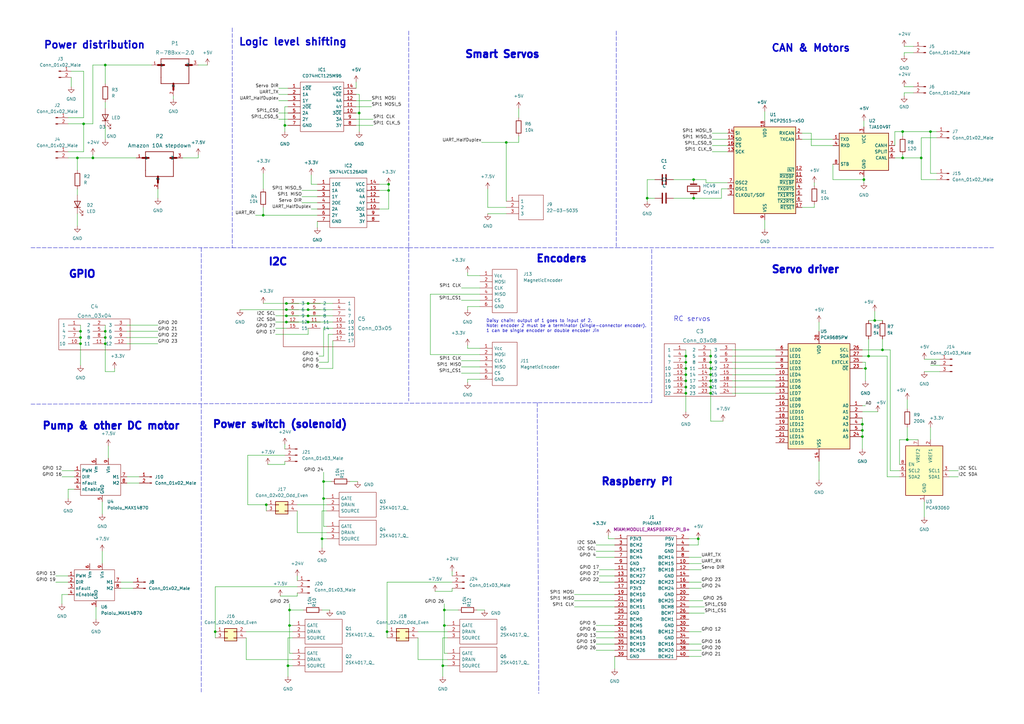
<source format=kicad_sch>
(kicad_sch (version 20211123) (generator eeschema)
  (paper "A3")
  (junction (at 126.365 124.46))
  (junction (at 361.95 143.51))
  (junction (at 291.465 151.13))
  (junction (at 370.205 53.975))
  (junction (at 291.465 148.59))
  (junction (at 354.33 73.66))
  (junction (at 182.245 256.54))
  (junction (at 33.02 140.97))
  (junction (at 353.695 173.99))
  (junction (at 107.95 88.265))
  (junction (at 147.32 46.355))
  (junction (at 126.365 132.08))
  (junction (at 132.08 220.98))
  (junction (at 358.775 131.445))
  (junction (at 158.75 259.08))
  (junction (at 132.715 197.485))
  (junction (at 117.475 129.54))
  (junction (at 356.235 146.05))
  (junction (at 291.465 158.75))
  (junction (at 126.365 129.54))
  (junction (at 38.1 64.77))
  (junction (at 281.305 158.75))
  (junction (at 132.715 204.47))
  (junction (at 291.465 156.21))
  (junction (at 281.305 156.21))
  (junction (at 281.305 148.59))
  (junction (at 33.02 138.43))
  (junction (at 43.18 140.97))
  (junction (at 43.18 26.67))
  (junction (at 281.305 151.13))
  (junction (at 354.965 151.13))
  (junction (at 284.48 81.28))
  (junction (at 182.245 250.19))
  (junction (at 159.385 75.565))
  (junction (at 117.475 127))
  (junction (at 118.745 250.19))
  (junction (at 181.61 273.05))
  (junction (at 291.465 146.05))
  (junction (at 265.43 81.28))
  (junction (at 31.75 64.77))
  (junction (at 284.48 73.66))
  (junction (at 126.365 127))
  (junction (at 281.305 161.29))
  (junction (at 117.475 132.08))
  (junction (at 281.305 153.67))
  (junction (at 117.475 124.46))
  (junction (at 207.645 58.42))
  (junction (at 381.635 53.975))
  (junction (at 286.385 220.98))
  (junction (at 88.265 259.08))
  (junction (at 281.305 146.05))
  (junction (at 353.695 179.07))
  (junction (at 33.02 135.89))
  (junction (at 116.84 51.435))
  (junction (at 109.22 207.01))
  (junction (at 34.29 50.8))
  (junction (at 118.11 273.05))
  (junction (at 118.745 256.54))
  (junction (at 43.18 138.43))
  (junction (at 43.18 135.89))
  (junction (at 372.11 180.34))
  (junction (at 159.385 78.105))
  (junction (at 370.205 64.77))
  (junction (at 353.695 176.53))
  (junction (at 291.465 161.29))
  (junction (at 291.465 153.67))
  (junction (at 377.825 64.77))
  (wire (pts (xy 22.86 236.22) (xy 27.94 236.22)))
  (wire (pts (xy 244.475 259.08) (xy 252.095 259.08)))
  (wire (pts (xy 182.245 267.97) (xy 182.245 256.54)))
  (wire (pts (xy 134.62 137.16) (xy 136.525 137.16)))
  (wire (pts (xy 370.205 53.975) (xy 381.635 53.975)))
  (wire (pts (xy 354.33 49.53) (xy 354.33 52.07)))
  (wire (pts (xy 123.825 80.645) (xy 130.175 80.645)))
  (wire (pts (xy 155.575 85.725) (xy 159.385 85.725)))
  (wire (pts (xy 313.69 45.72) (xy 313.69 49.53)))
  (wire (pts (xy 117.475 127) (xy 126.365 127)))
  (wire (pts (xy 33.02 135.89) (xy 33.02 138.43)))
  (wire (pts (xy 332.74 54.61) (xy 332.74 59.69)))
  (wire (pts (xy 341.63 67.31) (xy 341.63 73.66)))
  (wire (pts (xy 295.91 77.47) (xy 295.91 81.28)))
  (wire (pts (xy 298.45 74.93) (xy 289.56 74.93)))
  (wire (pts (xy 281.305 146.05) (xy 281.305 148.59)))
  (wire (pts (xy 113.03 134.62) (xy 117.475 134.62)))
  (wire (pts (xy 43.18 152.4) (xy 46.99 152.4)))
  (wire (pts (xy 249.555 219.71) (xy 249.555 220.98)))
  (wire (pts (xy 34.29 50.8) (xy 34.29 62.23)))
  (wire (pts (xy 367.03 53.975) (xy 367.03 59.69)))
  (wire (pts (xy 132.715 215.9) (xy 132.715 204.47)))
  (wire (pts (xy 313.69 90.17) (xy 313.69 93.98)))
  (wire (pts (xy 41.91 226.06) (xy 41.91 231.14)))
  (wire (pts (xy 118.11 273.05) (xy 120.015 273.05)))
  (wire (pts (xy 207.645 58.42) (xy 212.725 58.42)))
  (wire (pts (xy 191.77 125.73) (xy 191.77 127)))
  (wire (pts (xy 281.305 143.51) (xy 281.305 146.05)))
  (wire (pts (xy 189.23 147.955) (xy 196.85 147.955)))
  (polyline (pts (xy 167.64 101.6) (xy 167.64 164.465)))
  (wire (pts (xy 354.965 166.37) (xy 353.695 166.37)))
  (wire (pts (xy 381.635 149.86) (xy 385.445 149.86)))
  (wire (pts (xy 353.695 171.45) (xy 353.695 173.99)))
  (wire (pts (xy 282.575 238.76) (xy 287.655 238.76)))
  (wire (pts (xy 120.015 267.97) (xy 118.745 267.97)))
  (wire (pts (xy 22.86 238.76) (xy 27.94 238.76)))
  (wire (pts (xy 181.61 273.05) (xy 183.515 273.05)))
  (wire (pts (xy 282.575 251.46) (xy 288.925 251.46)))
  (wire (pts (xy 281.305 158.75) (xy 281.305 161.29)))
  (wire (pts (xy 370.205 64.77) (xy 367.03 64.77)))
  (wire (pts (xy 353.695 176.53) (xy 353.695 179.07)))
  (wire (pts (xy 123.825 78.105) (xy 130.175 78.105)))
  (wire (pts (xy 146.05 38.735) (xy 147.32 38.735)))
  (wire (pts (xy 183.515 261.62) (xy 181.61 261.62)))
  (wire (pts (xy 123.825 83.185) (xy 130.175 83.185)))
  (wire (pts (xy 121.92 218.44) (xy 133.985 218.44)))
  (wire (pts (xy 27.94 50.8) (xy 34.29 50.8)))
  (wire (pts (xy 282.575 248.92) (xy 288.925 248.92)))
  (wire (pts (xy 29.21 31.75) (xy 29.21 35.56)))
  (wire (pts (xy 268.605 73.66) (xy 265.43 73.66)))
  (wire (pts (xy 300.355 156.21) (xy 318.135 156.21)))
  (wire (pts (xy 334.01 74.93) (xy 334.01 76.2)))
  (wire (pts (xy 281.305 151.13) (xy 281.305 153.67)))
  (wire (pts (xy 136.525 139.7) (xy 136.525 151.13)))
  (wire (pts (xy 121.92 243.205) (xy 121.92 244.475)))
  (wire (pts (xy 34.29 48.26) (xy 27.94 48.26)))
  (wire (pts (xy 354.965 151.13) (xy 353.695 151.13)))
  (wire (pts (xy 41.91 205.74) (xy 41.91 210.82)))
  (wire (pts (xy 374.65 21.59) (xy 370.84 21.59)))
  (wire (pts (xy 132.715 197.485) (xy 132.715 204.47)))
  (wire (pts (xy 379.095 152.4) (xy 385.445 152.4)))
  (wire (pts (xy 31.75 64.77) (xy 38.1 64.77)))
  (wire (pts (xy 289.56 73.66) (xy 284.48 73.66)))
  (wire (pts (xy 368.935 195.58) (xy 363.855 195.58)))
  (wire (pts (xy 363.855 146.05) (xy 363.855 195.58)))
  (wire (pts (xy 244.475 226.06) (xy 252.095 226.06)))
  (wire (pts (xy 370.205 63.5) (xy 370.205 64.77)))
  (wire (pts (xy 244.475 261.62) (xy 252.095 261.62)))
  (wire (pts (xy 118.745 250.19) (xy 118.745 256.54)))
  (wire (pts (xy 244.475 228.6) (xy 252.095 228.6)))
  (wire (pts (xy 101.6 186.69) (xy 101.6 207.01)))
  (wire (pts (xy 52.07 135.89) (xy 64.77 135.89)))
  (wire (pts (xy 126.365 134.62) (xy 126.365 137.16)))
  (wire (pts (xy 113.03 137.16) (xy 126.365 137.16)))
  (wire (pts (xy 116.84 43.815) (xy 116.84 51.435)))
  (wire (pts (xy 372.11 163.83) (xy 372.11 167.64)))
  (wire (pts (xy 107.95 85.09) (xy 107.95 88.265)))
  (wire (pts (xy 291.465 158.75) (xy 291.465 161.29)))
  (wire (pts (xy 372.11 180.34) (xy 376.555 180.34)))
  (wire (pts (xy 191.77 142.875) (xy 191.77 141.605)))
  (wire (pts (xy 43.18 52.07) (xy 43.18 57.15)))
  (wire (pts (xy 118.745 250.19) (xy 124.46 250.19)))
  (wire (pts (xy 353.695 168.91) (xy 360.045 168.91)))
  (wire (pts (xy 377.825 64.77) (xy 377.825 73.66)))
  (wire (pts (xy 291.465 153.67) (xy 291.465 156.21)))
  (wire (pts (xy 118.745 256.54) (xy 120.015 256.54)))
  (polyline (pts (xy 220.345 165.1) (xy 220.98 284.48)))
  (wire (pts (xy 158.75 259.08) (xy 158.75 261.62)))
  (wire (pts (xy 291.465 151.13) (xy 291.465 153.67)))
  (wire (pts (xy 181.61 273.05) (xy 181.61 277.495)))
  (wire (pts (xy 292.1 62.23) (xy 298.45 62.23)))
  (wire (pts (xy 298.45 77.47) (xy 295.91 77.47)))
  (wire (pts (xy 268.605 81.28) (xy 265.43 81.28)))
  (wire (pts (xy 46.99 152.4) (xy 46.99 151.13)))
  (wire (pts (xy 155.575 75.565) (xy 159.385 75.565)))
  (wire (pts (xy 370.84 38.1) (xy 370.84 39.37)))
  (wire (pts (xy 171.45 259.08) (xy 183.515 259.08)))
  (wire (pts (xy 121.92 244.475) (xy 114.935 244.475)))
  (wire (pts (xy 282.575 228.6) (xy 287.655 228.6)))
  (wire (pts (xy 281.305 156.21) (xy 281.305 158.75)))
  (wire (pts (xy 191.77 113.03) (xy 191.77 111.76)))
  (wire (pts (xy 43.18 26.67) (xy 43.18 34.29)))
  (wire (pts (xy 34.29 50.8) (xy 38.1 50.8)))
  (wire (pts (xy 341.63 73.66) (xy 354.33 73.66)))
  (wire (pts (xy 104.775 88.265) (xy 107.95 88.265)))
  (wire (pts (xy 191.77 155.575) (xy 191.77 156.845)))
  (wire (pts (xy 113.03 129.54) (xy 117.475 129.54)))
  (wire (pts (xy 118.11 261.62) (xy 118.11 273.05)))
  (wire (pts (xy 379.095 147.32) (xy 385.445 147.32)))
  (wire (pts (xy 368.935 193.04) (xy 365.125 193.04)))
  (wire (pts (xy 332.74 59.69) (xy 341.63 59.69)))
  (wire (pts (xy 100.965 270.51) (xy 100.965 261.62)))
  (wire (pts (xy 71.12 39.37) (xy 71.12 40.64)))
  (wire (pts (xy 276.225 81.28) (xy 284.48 81.28)))
  (wire (pts (xy 147.32 46.355) (xy 146.05 46.355)))
  (wire (pts (xy 88.265 240.665) (xy 88.265 259.08)))
  (wire (pts (xy 356.235 131.445) (xy 358.775 131.445)))
  (wire (pts (xy 146.05 51.435) (xy 153.035 51.435)))
  (wire (pts (xy 295.91 81.28) (xy 284.48 81.28)))
  (polyline (pts (xy 95.25 101.6) (xy 167.64 101.6)))
  (wire (pts (xy 120.015 270.51) (xy 100.965 270.51)))
  (wire (pts (xy 116.84 184.15) (xy 116.84 182.245)))
  (wire (pts (xy 34.29 29.21) (xy 34.29 48.26)))
  (wire (pts (xy 52.07 138.43) (xy 64.77 138.43)))
  (wire (pts (xy 281.305 153.67) (xy 281.305 156.21)))
  (wire (pts (xy 127.635 85.725) (xy 130.175 85.725)))
  (wire (pts (xy 372.11 175.26) (xy 372.11 180.34)))
  (wire (pts (xy 120.015 261.62) (xy 118.11 261.62)))
  (wire (pts (xy 282.575 246.38) (xy 288.29 246.38)))
  (wire (pts (xy 300.355 158.75) (xy 318.135 158.75)))
  (polyline (pts (xy 82.55 101.6) (xy 82.55 164.465)))
  (wire (pts (xy 30.48 200.66) (xy 27.94 200.66)))
  (wire (pts (xy 291.465 146.05) (xy 291.465 148.59)))
  (wire (pts (xy 38.1 64.77) (xy 55.88 64.77)))
  (wire (pts (xy 374.65 38.1) (xy 370.84 38.1)))
  (wire (pts (xy 358.775 131.445) (xy 361.95 131.445)))
  (wire (pts (xy 289.56 74.93) (xy 289.56 73.66)))
  (wire (pts (xy 116.84 51.435) (xy 118.11 51.435)))
  (wire (pts (xy 354.965 151.13) (xy 354.965 156.21)))
  (wire (pts (xy 185.42 241.3) (xy 185.42 242.57)))
  (wire (pts (xy 244.475 223.52) (xy 252.095 223.52)))
  (wire (pts (xy 147.32 38.735) (xy 147.32 46.355)))
  (wire (pts (xy 276.225 73.66) (xy 284.48 73.66)))
  (wire (pts (xy 182.245 247.65) (xy 182.245 250.19)))
  (wire (pts (xy 281.305 161.29) (xy 281.305 168.91)))
  (wire (pts (xy 244.475 266.7) (xy 252.095 266.7)))
  (wire (pts (xy 370.205 64.77) (xy 377.825 64.77)))
  (wire (pts (xy 363.855 146.05) (xy 356.235 146.05)))
  (wire (pts (xy 27.94 243.84) (xy 25.4 243.84)))
  (wire (pts (xy 118.745 247.65) (xy 118.745 250.19)))
  (wire (pts (xy 52.07 140.97) (xy 64.77 140.97)))
  (wire (pts (xy 43.18 26.67) (xy 62.23 26.67)))
  (wire (pts (xy 126.365 132.08) (xy 136.525 132.08)))
  (wire (pts (xy 389.255 195.58) (xy 393.065 195.58)))
  (wire (pts (xy 107.95 124.46) (xy 117.475 124.46)))
  (wire (pts (xy 171.45 270.51) (xy 183.515 270.51)))
  (wire (pts (xy 39.37 248.92) (xy 39.37 254)))
  (wire (pts (xy 132.715 197.485) (xy 135.89 197.485)))
  (wire (pts (xy 282.575 269.24) (xy 287.655 269.24)))
  (wire (pts (xy 25.4 193.04) (xy 30.48 193.04)))
  (wire (pts (xy 353.695 173.99) (xy 353.695 176.53)))
  (wire (pts (xy 189.23 153.035) (xy 196.85 153.035)))
  (wire (pts (xy 244.475 256.54) (xy 252.095 256.54)))
  (wire (pts (xy 185.42 236.22) (xy 185.42 234.315)))
  (wire (pts (xy 117.475 129.54) (xy 126.365 129.54)))
  (wire (pts (xy 49.53 238.76) (xy 54.61 238.76)))
  (wire (pts (xy 361.95 143.51) (xy 365.125 143.51)))
  (wire (pts (xy 116.84 186.69) (xy 101.6 186.69)))
  (wire (pts (xy 43.18 138.43) (xy 43.18 140.97)))
  (wire (pts (xy 116.84 190.5) (xy 109.855 190.5)))
  (wire (pts (xy 207.645 85.09) (xy 200.025 85.09)))
  (polyline (pts (xy 12.7 101.6) (xy 95.25 101.6)))
  (wire (pts (xy 146.05 33.655) (xy 146.05 36.195)))
  (wire (pts (xy 265.43 81.28) (xy 265.43 82.55)))
  (wire (pts (xy 132.715 204.47) (xy 133.985 204.47)))
  (wire (pts (xy 155.575 78.105) (xy 159.385 78.105)))
  (wire (pts (xy 189.23 123.19) (xy 196.85 123.19)))
  (wire (pts (xy 81.28 26.67) (xy 85.09 26.67)))
  (wire (pts (xy 118.11 273.05) (xy 118.11 277.495)))
  (wire (pts (xy 114.3 48.895) (xy 118.11 48.895)))
  (wire (pts (xy 196.85 125.73) (xy 191.77 125.73)))
  (wire (pts (xy 354.33 73.66) (xy 354.33 74.93)))
  (wire (pts (xy 300.355 161.29) (xy 318.135 161.29)))
  (wire (pts (xy 185.42 238.76) (xy 158.75 238.76)))
  (wire (pts (xy 27.94 62.23) (xy 34.29 62.23)))
  (wire (pts (xy 282.575 233.68) (xy 287.655 233.68)))
  (wire (pts (xy 200.025 85.09) (xy 200.025 77.47)))
  (wire (pts (xy 335.915 132.08) (xy 335.915 135.89)))
  (wire (pts (xy 126.365 124.46) (xy 136.525 124.46)))
  (wire (pts (xy 27.94 64.77) (xy 31.75 64.77)))
  (wire (pts (xy 130.81 151.13) (xy 136.525 151.13)))
  (wire (pts (xy 146.05 43.815) (xy 152.4 43.815)))
  (wire (pts (xy 132.08 220.98) (xy 132.08 224.79)))
  (wire (pts (xy 291.465 143.51) (xy 291.465 146.05)))
  (wire (pts (xy 43.18 133.35) (xy 43.18 135.89)))
  (wire (pts (xy 38.1 63.5) (xy 38.1 64.77)))
  (wire (pts (xy 132.715 134.62) (xy 132.715 146.05)))
  (wire (pts (xy 182.245 250.19) (xy 187.96 250.19)))
  (wire (pts (xy 195.58 250.19) (xy 198.755 250.19)))
  (wire (pts (xy 384.175 73.66) (xy 377.825 73.66)))
  (wire (pts (xy 132.08 250.19) (xy 135.255 250.19)))
  (wire (pts (xy 384.175 71.12) (xy 381.635 71.12)))
  (wire (pts (xy 328.93 85.09) (xy 334.01 85.09)))
  (wire (pts (xy 368.935 190.5) (xy 368.935 180.34)))
  (wire (pts (xy 182.245 250.19) (xy 182.245 256.54)))
  (wire (pts (xy 377.825 56.515) (xy 377.825 64.77)))
  (wire (pts (xy 370.84 21.59) (xy 370.84 22.86)))
  (wire (pts (xy 335.915 189.23) (xy 335.915 196.85)))
  (wire (pts (xy 121.92 238.125) (xy 121.92 236.22)))
  (wire (pts (xy 147.32 46.355) (xy 147.32 53.975)))
  (wire (pts (xy 282.575 264.16) (xy 287.655 264.16)))
  (wire (pts (xy 185.42 242.57) (xy 178.435 242.57)))
  (wire (pts (xy 300.355 143.51) (xy 318.135 143.51)))
  (wire (pts (xy 109.22 207.01) (xy 109.22 209.55)))
  (wire (pts (xy 189.23 150.495) (xy 196.85 150.495)))
  (wire (pts (xy 365.125 143.51) (xy 365.125 193.04)))
  (wire (pts (xy 49.53 241.3) (xy 54.61 241.3)))
  (wire (pts (xy 300.355 146.05) (xy 318.135 146.05)))
  (wire (pts (xy 300.355 151.13) (xy 318.135 151.13)))
  (wire (pts (xy 107.95 88.265) (xy 130.175 88.265)))
  (wire (pts (xy 358.775 127.635) (xy 358.775 131.445)))
  (wire (pts (xy 132.715 146.05) (xy 130.81 146.05)))
  (wire (pts (xy 158.75 238.76) (xy 158.75 259.08)))
  (wire (pts (xy 43.18 135.89) (xy 43.18 138.43)))
  (wire (pts (xy 328.93 54.61) (xy 332.74 54.61)))
  (wire (pts (xy 130.175 90.805) (xy 130.175 93.345)))
  (wire (pts (xy 121.92 240.665) (xy 88.265 240.665)))
  (wire (pts (xy 370.205 53.975) (xy 370.205 55.88)))
  (wire (pts (xy 64.77 77.47) (xy 64.77 81.28)))
  (wire (pts (xy 74.93 64.77) (xy 81.28 64.77)))
  (wire (pts (xy 200.025 87.63) (xy 207.645 87.63)))
  (wire (pts (xy 130.81 148.59) (xy 134.62 148.59)))
  (wire (pts (xy 292.1 57.15) (xy 298.45 57.15)))
  (wire (pts (xy 132.715 193.675) (xy 132.715 197.485)))
  (wire (pts (xy 43.18 41.91) (xy 43.18 44.45)))
  (wire (pts (xy 291.465 172.72) (xy 296.545 172.72)))
  (wire (pts (xy 33.02 138.43) (xy 33.02 140.97)))
  (wire (pts (xy 291.465 148.59) (xy 291.465 151.13)))
  (wire (pts (xy 114.3 46.355) (xy 118.11 46.355)))
  (wire (pts (xy 300.355 148.59) (xy 318.135 148.59)))
  (wire (pts (xy 245.745 238.76) (xy 252.095 238.76)))
  (wire (pts (xy 33.02 140.97) (xy 33.02 149.86)))
  (wire (pts (xy 107.95 71.12) (xy 107.95 77.47)))
  (wire (pts (xy 368.935 180.34) (xy 372.11 180.34)))
  (wire (pts (xy 281.305 148.59) (xy 281.305 151.13)))
  (wire (pts (xy 235.585 246.38) (xy 252.095 246.38)))
  (wire (pts (xy 244.475 264.16) (xy 252.095 264.16)))
  (wire (pts (xy 81.28 64.77) (xy 81.28 63.5)))
  (wire (pts (xy 183.515 267.97) (xy 182.245 267.97)))
  (wire (pts (xy 120.015 259.08) (xy 100.965 259.08)))
  (wire (pts (xy 114.3 36.195) (xy 118.11 36.195)))
  (wire (pts (xy 114.3 41.275) (xy 118.11 41.275)))
  (wire (pts (xy 300.355 153.67) (xy 318.135 153.67)))
  (wire (pts (xy 127.635 75.565) (xy 130.175 75.565)))
  (wire (pts (xy 207.645 58.42) (xy 207.645 82.55)))
  (wire (pts (xy 132.08 209.55) (xy 132.08 220.98)))
  (wire (pts (xy 31.75 64.77) (xy 31.75 69.85)))
  (wire (pts (xy 127.635 71.755) (xy 127.635 75.565)))
  (wire (pts (xy 176.53 120.65) (xy 196.85 120.65)))
  (polyline (pts (xy 82.55 165.735) (xy 82.55 283.845)))
  (wire (pts (xy 27.94 200.66) (xy 27.94 204.47)))
  (wire (pts (xy 291.465 156.21) (xy 291.465 158.75)))
  (wire (pts (xy 245.745 236.22) (xy 252.095 236.22)))
  (wire (pts (xy 33.02 133.35) (xy 33.02 135.89)))
  (wire (pts (xy 121.92 207.01) (xy 133.985 207.01)))
  (polyline (pts (xy 252.73 101.6) (xy 407.67 101.6)))
  (wire (pts (xy 44.45 182.88) (xy 44.45 187.96)))
  (wire (pts (xy 25.4 195.58) (xy 30.48 195.58)))
  (wire (pts (xy 265.43 73.66) (xy 265.43 81.28)))
  (wire (pts (xy 29.21 29.21) (xy 34.29 29.21)))
  (wire (pts (xy 31.75 77.47) (xy 31.75 80.01)))
  (wire (pts (xy 353.695 148.59) (xy 354.965 148.59)))
  (wire (pts (xy 370.205 53.975) (xy 367.03 53.975)))
  (wire (pts (xy 52.07 195.58) (xy 57.15 195.58)))
  (wire (pts (xy 292.1 59.69) (xy 298.45 59.69)))
  (wire (pts (xy 328.93 57.15) (xy 341.63 57.15)))
  (wire (pts (xy 133.985 215.9) (xy 132.715 215.9)))
  (wire (pts (xy 43.18 140.97) (xy 43.18 152.4)))
  (wire (pts (xy 235.585 243.84) (xy 252.095 243.84)))
  (wire (pts (xy 196.85 145.415) (xy 176.53 145.415)))
  (wire (pts (xy 196.85 142.875) (xy 191.77 142.875)))
  (wire (pts (xy 282.575 259.08) (xy 287.655 259.08)))
  (wire (pts (xy 159.385 85.725) (xy 159.385 78.105)))
  (wire (pts (xy 146.05 41.275) (xy 152.4 41.275)))
  (polyline (pts (xy 167.64 12.7) (xy 167.64 101.6)))
  (wire (pts (xy 356.235 139.065) (xy 356.235 146.05)))
  (wire (pts (xy 134.62 148.59) (xy 134.62 137.16)))
  (wire (pts (xy 381.635 175.26) (xy 381.635 180.34)))
  (wire (pts (xy 381.635 53.975) (xy 381.635 71.12)))
  (wire (pts (xy 384.175 56.515) (xy 377.825 56.515)))
  (wire (pts (xy 98.425 127) (xy 117.475 127)))
  (wire (pts (xy 370.84 19.05) (xy 374.65 19.05)))
  (wire (pts (xy 143.51 197.485) (xy 146.685 197.485)))
  (wire (pts (xy 52.07 133.35) (xy 64.77 133.35)))
  (wire (pts (xy 182.245 256.54) (xy 183.515 256.54)))
  (wire (pts (xy 334.01 85.09) (xy 334.01 83.82)))
  (wire (pts (xy 117.475 124.46) (xy 126.365 124.46)))
  (wire (pts (xy 379.095 205.74) (xy 379.095 212.09)))
  (wire (pts (xy 118.11 43.815) (xy 116.84 43.815)))
  (wire (pts (xy 354.965 148.59) (xy 354.965 151.13)))
  (wire (pts (xy 292.1 54.61) (xy 298.45 54.61)))
  (wire (pts (xy 252.095 269.24) (xy 252.095 274.32)))
  (wire (pts (xy 116.84 189.23) (xy 116.84 190.5)))
  (wire (pts (xy 189.23 118.11) (xy 196.85 118.11)))
  (polyline (pts (xy 167.64 101.6) (xy 252.73 101.6)))
  (wire (pts (xy 245.745 233.68) (xy 252.095 233.68)))
  (wire (pts (xy 197.485 58.42) (xy 207.645 58.42)))
  (wire (pts (xy 25.4 243.84) (xy 25.4 247.65)))
  (wire (pts (xy 181.61 261.62) (xy 181.61 273.05)))
  (wire (pts (xy 282.575 266.7) (xy 287.655 266.7)))
  (wire (pts (xy 196.85 113.03) (xy 191.77 113.03)))
  (wire (pts (xy 212.725 44.45) (xy 212.725 48.26)))
  (wire (pts (xy 113.03 132.08) (xy 117.475 132.08)))
  (wire (pts (xy 121.92 209.55) (xy 121.92 218.44)))
  (wire (pts (xy 354.33 72.39) (xy 354.33 73.66)))
  (wire (pts (xy 38.1 26.67) (xy 43.18 26.67)))
  (wire (pts (xy 146.05 48.895) (xy 153.035 48.895)))
  (wire (pts (xy 132.08 220.98) (xy 133.985 220.98)))
  (polyline (pts (xy 267.335 102.235) (xy 267.335 165.1)))
  (wire (pts (xy 282.575 223.52) (xy 286.385 223.52)))
  (wire (pts (xy 353.695 179.07) (xy 353.695 184.15)))
  (wire (pts (xy 117.475 132.08) (xy 126.365 132.08)))
  (wire (pts (xy 286.385 223.52) (xy 286.385 220.98)))
  (wire (pts (xy 249.555 220.98) (xy 252.095 220.98)))
  (wire (pts (xy 136.525 134.62) (xy 132.715 134.62)))
  (wire (pts (xy 114.3 38.735) (xy 118.11 38.735)))
  (wire (pts (xy 389.255 193.04) (xy 393.065 193.04)))
  (wire (pts (xy 126.365 129.54) (xy 136.525 129.54)))
  (wire (pts (xy 116.84 51.435) (xy 116.84 53.975)))
  (polyline (pts (xy 12.7 165.735) (xy 267.335 165.1)))
  (wire (pts (xy 176.53 145.415) (xy 176.53 120.65)))
  (wire (pts (xy 291.465 161.29) (xy 291.465 172.72)))
  (wire (pts (xy 235.585 248.92) (xy 252.095 248.92)))
  (wire (pts (xy 384.175 53.975) (xy 381.635 53.975)))
  (wire (pts (xy 38.1 50.8) (xy 38.1 26.67)))
  (wire (pts (xy 282.575 241.3) (xy 287.655 241.3)))
  (wire (pts (xy 126.365 127) (xy 136.525 127)))
  (wire (pts (xy 101.6 207.01) (xy 109.22 207.01)))
  (wire (pts (xy 370.84 35.56) (xy 374.65 35.56)))
  (wire (pts (xy 361.95 139.065) (xy 361.95 143.51)))
  (wire (pts (xy 118.745 267.97) (xy 118.745 256.54)))
  (polyline (pts (xy 95.25 11.43) (xy 95.25 101.6)))
  (wire (pts (xy 88.265 259.08) (xy 88.265 261.62)))
  (wire (pts (xy 31.75 87.63) (xy 31.75 92.71)))
  (wire (pts (xy 52.07 198.12) (xy 57.15 198.12)))
  (wire (pts (xy 133.985 209.55) (xy 132.08 209.55)))
  (wire (pts (xy 353.695 143.51) (xy 361.95 143.51)))
  (wire (pts (xy 171.45 261.62) (xy 171.45 270.51)))
  (wire (pts (xy 159.385 75.565) (xy 159.385 78.105)))
  (wire (pts (xy 282.575 231.14) (xy 287.655 231.14)))
  (wire (pts (xy 196.85 155.575) (xy 191.77 155.575)))
  (wire (pts (xy 356.235 146.05) (xy 353.695 146.05)))
  (wire (pts (xy 212.725 55.88) (xy 212.725 58.42)))
  (wire (pts (xy 282.575 220.98) (xy 286.385 220.98)))
  (polyline (pts (xy 252.73 12.7) (xy 252.73 101.6)))
  (text "Encoders" (at 219.71 107.95 0) (effects (font (size 3 3) (thickness 0.8) bold) (justify left bottom)))
  (text "Power switch (solenoid)" (at 86.995 175.895 0) (effects (font (size 3 3) (thickness 0.8) bold) (justify left bottom)))
  (text "CAN & Motors" (at 316.23 21.59 0) (effects (font (size 3 3) (thickness 0.6) bold) (justify left bottom)))
  (text "Servo driver" (at 316.23 112.395 0) (effects (font (size 3 3) (thickness 0.8) bold) (justify left bottom)))
  (text "GPIO" (at 27.94 114.3 0) (effects (font (size 3 3) (thickness 0.8) bold) (justify left bottom)))
  (text "I2C" (at 109.855 109.22 0) (effects (font (size 3 3) (thickness 0.8) bold) (justify left bottom)))
  (text "Smart Servos" (at 190.5 24.13 0) (effects (font (size 3 3) (thickness 0.8) bold) (justify left bottom)))
  (text "Power distribution" (at 17.78 20.32 0) (effects (font (size 3 3) (thickness 0.6) bold) (justify left bottom)))
  (text "Logic level shifting" (at 97.79 19.05 0) (effects (font (size 3 3) (thickness 0.6) bold) (justify left bottom)))
  (text "RC servos" (at 276.225 132.08 0) (effects (font (size 2 2)) (justify left bottom)))
  (text "Pump & other DC motor" (at 17.145 176.53 0) (effects (font (size 3 3) (thickness 0.8) bold) (justify left bottom)))
  (text "Daisy chain: output of 1 goes to input of 2.\nNote: encoder 2 must be a terminator (single-connector encoder).\n1 can be single encoder or double encoder Jin" (at 199.39 136.525 0) (effects (font (size 1.27 1.27)) (justify left bottom)))
  (text "Raspberry Pi" (at 246.38 199.39 0) (effects (font (size 3 3) (thickness 0.8) bold) (justify left bottom)))
  (label "GPIO 4" (at 130.81 146.05 180))
  (label "GPIO 25" (at 288.29 246.38 0))
  (label "SPI1 MISO" (at 123.825 80.645 180))
  (label "GPIO 21" (at 64.77 135.89 0))
  (label "SPI1 CLK" (at 153.035 48.895 0))
  (label "GPIO 6" (at 244.475 259.08 180))
  (label "UART_RX" (at 104.775 88.265 180))
  (label "I2C SCL" (at 244.475 226.06 180))
  (label "UART_HalfDuplex" (at 114.3 41.275 180))
  (label "GPIO 20" (at 287.655 266.7 0))
  (label "GPIO 22" (at 245.745 238.76 180))
  (label "GPIO 16" (at 287.655 264.16 0))
  (label "SPI1 MOSI_5" (at 292.1 54.61 180))
  (label "GPIO 5" (at 244.475 256.54 180))
  (label "GPIO 27" (at 113.03 134.62 180))
  (label "SPI1_CS0_5" (at 114.3 48.895 180))
  (label "SPI1 MOSI" (at 152.4 41.275 0))
  (label "I2C SDA" (at 244.475 223.52 180))
  (label "GPIO 19" (at 22.86 238.76 180))
  (label "GPIO 17" (at 245.745 233.68 180))
  (label "UART_RX" (at 287.655 231.14 0))
  (label "GPIO 12" (at 25.4 193.04 180))
  (label "GPIO 25" (at 118.745 247.65 180))
  (label "SPI1_CS1" (at 189.23 153.035 180))
  (label "A0" (at 354.965 166.37 0))
  (label "Servo DIR" (at 287.655 233.68 0))
  (label "GPIO 26" (at 182.245 247.65 180))
  (label "Servo DIR" (at 114.3 36.195 180))
  (label "SPI1 CLK" (at 235.585 248.92 180))
  (label "GPIO 24" (at 287.655 241.3 0))
  (label "GPIO 19" (at 244.475 264.16 180))
  (label "SPI1 MOSI" (at 235.585 243.84 180))
  (label "GPIO 4" (at 244.475 228.6 180))
  (label "UART_TX" (at 287.655 228.6 0))
  (label "SPI1 MOSI_5" (at 152.4 43.815 0))
  (label "GPIO 5" (at 130.81 148.59 180))
  (label "GPIO 12" (at 287.655 259.08 0))
  (label "SPI1 MISO_5" (at 292.1 57.15 180))
  (label "GPIO 23" (at 64.77 140.97 0))
  (label "GPIO 23" (at 287.655 238.76 0))
  (label "I2C SDA" (at 393.065 195.58 0))
  (label "A0" (at 381.635 149.86 0))
  (label "GPIO 24" (at 132.715 193.675 180))
  (label "SPI1_CS1" (at 189.23 123.19 180))
  (label "I2C SDA" (at 113.03 132.08 180))
  (label "SPI1_CS0_5" (at 292.1 59.69 180))
  (label "GPIO 20" (at 64.77 133.35 0))
  (label "SPI1 CLK" (at 189.23 147.955 180))
  (label "GPIO 6" (at 130.81 151.13 180))
  (label "I2C SCL" (at 393.065 193.04 0))
  (label "GPIO 27" (at 245.745 236.22 180))
  (label "UART_HalfDuplex" (at 127.635 85.725 180))
  (label "GPIO 17" (at 113.03 137.16 180))
  (label "SPI1 CLK_5" (at 153.035 51.435 0))
  (label "SPI1_CS1" (at 288.925 251.46 0))
  (label "SPI1_CS0" (at 114.3 46.355 180))
  (label "SPI1 CLK" (at 189.23 118.11 180))
  (label "I2C SCL" (at 113.03 129.54 180))
  (label "GPIO 13" (at 244.475 261.62 180))
  (label "SPI1_CS0" (at 288.925 248.92 0))
  (label "SPI1 CLK_5" (at 292.1 62.23 180))
  (label "GPIO 21" (at 287.655 269.24 0))
  (label "GPIO 26" (at 244.475 266.7 180))
  (label "UART_HalfDuplex" (at 197.485 58.42 180))
  (label "SPI1 MISO_5" (at 123.825 78.105 180))
  (label "UART_TX" (at 114.3 38.735 180))
  (label "GPIO 16" (at 25.4 195.58 180))
  (label "SPI1 MISO" (at 235.585 246.38 180))
  (label "SPI1 MISO" (at 189.23 150.495 180))
  (label "GPIO 13" (at 22.86 236.22 180))
  (label "Servo DIR" (at 123.825 83.185 180))
  (label "GPIO 22" (at 64.77 138.43 0))
  (symbol (lib_id "power:+3.3V") (at 249.555 219.71 0) (unit 1)
    (property "Reference" "#PWR0120" (effects hide))
    (property "Value" "+3.3V" (at 245.745 214.63 0))
  )
  (symbol (lib_id "power:+5V") (at 286.385 220.98 0) (unit 1)
    (property "Reference" "#PWR0102" (effects hide))
    (property "Value" "+5V" (at 286.385 215.9 0))
  )
  (symbol (lib_id "Device:R") (at 107.95 81.28 180) (unit 1)
    (property "Reference" "R4" (at 102.87 80.645 0) (effects (justify right)))
    (property "Value" "10k" (at 102.235 82.55 0) (effects (justify right)))
    (property "Footprint" "Resistor_SMD:R_0805_2012Metric" (effects hide))
  )
  (symbol (lib_id "power:GND") (at 281.305 168.91 0) (unit 1)
    (property "Reference" "#PWR0159" (effects hide))
    (property "Value" "GND" (at 281.305 173.99 0))
  )
  (symbol (lib_id "Device:R") (at 212.725 52.07 180) (unit 1)
    (property "Reference" "R6" (at 215.265 50.7999 0) (effects (justify right)))
    (property "Value" "10k" (at 215.265 53.3399 0) (effects (justify right)))
    (property "Footprint" "Resistor_SMD:R_0805_2012Metric" (effects hide))
  )
  (symbol (lib_id "power:+5V") (at 85.09 26.67 0) (unit 1)
    (property "Reference" "#PWR0108" (effects hide))
    (property "Value" "+5V" (at 85.09 21.59 0))
  )
  (symbol (lib_id "MiAM:2SK4017_Q_") (at 133.985 204.47 0) (unit 1)
    (property "Reference" "Q3" (at 155.575 205.7399 0) (effects (justify left)))
    (property "Value" "2SK4017_Q_" (at 155.575 208.2799 0) (effects (justify left)))
    (property "Footprint" "TO230P250X650X900-3P" (effects hide))
    (property "RS part number" "    185-580" (effects hide))
  )
  (symbol (lib_id "power:GND") (at 200.025 87.63 0) (unit 1)
    (property "Reference" "#PWR0142" (effects hide))
    (property "Value" "GND" (at 200.025 92.71 0))
  )
  (symbol (lib_id "power:+3.3V") (at 159.385 75.565 0) (unit 1)
    (property "Reference" "#PWR0124" (effects hide))
    (property "Value" "+3.3V" (at 159.385 70.485 0))
  )
  (symbol (lib_id "power:GND") (at 191.77 127 0) (unit 1)
    (property "Reference" "#PWR0132" (effects hide))
    (property "Value" "GND" (at 191.77 132.08 0))
  )
  (symbol (lib_id "Connector:Conn_01x02_Male") (at 62.23 195.58 0) (mirror y) (unit 1)
    (property "Reference" "J10" (at 63.5 195.5799 0) (effects (justify right)))
    (property "Value" "Conn_01x02_Male" (at 63.5 198.1199 0) (effects (justify right)))
    (property "Footprint" "Connector_PinHeader_2.54mm:PinHeader_1x02_P2.54mm_Vertical" (effects hide))
  )
  (symbol (lib_id "Device:R") (at 361.95 135.255 180) (unit 1)
    (property "Reference" "R7" (at 363.855 133.9849 0) (effects (justify right)))
    (property "Value" "5k" (at 363.855 136.5249 0) (effects (justify right)))
    (property "Footprint" "Resistor_SMD:R_0805_2012Metric" (effects hide))
  )
  (symbol (lib_id "Device:R") (at 370.205 59.69 180) (unit 1)
    (property "Reference" "R8" (at 372.11 58.42 0) (effects (justify right)))
    (property "Value" "120" (at 372.11 60.96 0) (effects (justify right)))
    (property "Footprint" "Resistor_SMD:R_0805_2012Metric" (effects hide))
  )
  (symbol (lib_id "power:GND") (at 379.095 152.4 0) (unit 1)
    (property "Reference" "#PWR0152" (effects hide))
    (property "Value" "GND" (at 379.095 157.48 0))
  )
  (symbol (lib_id "power:+24V") (at 121.92 236.22 0) (unit 1)
    (property "Reference" "#PWR0160" (effects hide))
    (property "Value" "+24V" (at 121.92 231.14 0))
  )
  (symbol (lib_id "power:GND") (at 313.69 93.98 0) (unit 1)
    (property "Reference" "#PWR0118" (effects hide))
    (property "Value" "GND" (at 313.69 99.06 0))
  )
  (symbol (lib_id "power:+5V") (at 334.01 74.93 0) (unit 1)
    (property "Reference" "#PWR0117" (effects hide))
    (property "Value" "+5V" (at 334.01 69.85 0))
  )
  (symbol (lib_id "power:GND") (at 370.84 39.37 0) (unit 1)
    (property "Reference" "#PWR0105" (effects hide))
    (property "Value" "GND" (at 370.84 43.815 0))
  )
  (symbol (lib_id "MiAM:SN74LVC126ADR") (at 130.175 75.565 0) (unit 1)
    (property "Reference" "IC2" (at 142.875 67.945 0))
    (property "Value" "SN74LVC126ADR" (at 142.875 70.485 0))
    (property "Footprint" "SOIC127P600X175-14N" (effects hide))
    (property "Datasheet" "http://www.ti.com/lit/gpn/sn74lvc126a" (effects hide))
    (property "Description" "Texas Instruments SN74LVC126ADR Quad Buffer & Line Driver, 3-State, 1.65-3.6V, 14-Pin SOIC" (effects hide))
    (property "Height" "1.75" (effects hide))
    (property "Manufacturer_Name" "Texas Instruments" (effects hide))
    (property "Manufacturer_Part_Number" "SN74LVC126ADR" (effects hide))
    (property "Mouser Part Number" "595-SN74LVC126ADR" (effects hide))
    (property "Mouser Price/Stock" "https://www.mouser.co.uk/ProductDetail/Texas-Instruments/SN74LVC126ADR?qs=rshUhwi3fbY38Lw6k%252BScBw%3D%3D" (effects hide))
    (property "Arrow Part Number" "SN74LVC126ADR" (effects hide))
    (property "Arrow Price/Stock" "https://www.arrow.com/en/products/sn74lvc126adr/texas-instruments" (effects hide))
    (property "RS Part Number" "SN74LVC126ADR" (effects hide))
  )
  (symbol (lib_id "MiAM:Conn_03x04") (at 39.37 129.54 0) (mirror y) (unit 1)
    (property "Reference" "C4" (at 38.735 125.73 0) (effects (font (size 1.524 1.524))))
    (property "Value" "Conn_03x04" (at 38.735 129.54 0) (effects (font (size 1.524 1.524))))
    (property "Footprint" "MiAM:Pin_Header_Straight_3x04_Pitch2.54mm" (effects hide))
  )
  (symbol (lib_id "power:GND") (at 33.02 149.86 0) (unit 1)
    (property "Reference" "#PWR0130" (effects hide))
    (property "Value" "GND" (at 33.02 154.94 0))
  )
  (symbol (lib_id "MiAM:R-78Bxx-2.0") (at 71.12 29.21 0) (unit 1)
    (property "Reference" "P1" (at 71.755 17.78 0) (effects (font (size 1.524 1.524))))
    (property "Value" "R-78Bxx-2.0" (at 71.755 21.59 0) (effects (font (size 1.524 1.524))))
    (property "Footprint" "MiAM:CONV_R-78Bxx-2.0" (effects hide))
    (property "RS" "139-2959" (effects hide))
    (property "Field5" "RS  139-2959" (effects hide))
  )
  (symbol (lib_id "MiAM:2SK4017_Q_") (at 120.015 256.54 0) (unit 1)
    (property "Reference" "Q1" (at 141.605 257.8099 0) (effects (justify left)))
    (property "Value" "2SK4017_Q_" (at 141.605 260.3499 0) (effects (justify left)))
    (property "Footprint" "TO230P250X650X900-3P" (effects hide))
    (property "RS part number" "    185-580" (effects hide))
  )
  (symbol (lib_id "power:+24V") (at 38.1 63.5 0) (unit 1)
    (property "Reference" "#PWR0111" (effects hide))
    (property "Value" "+24V" (at 38.1 58.42 0))
  )
  (symbol (lib_id "power:+5V") (at 212.725 44.45 0) (unit 1)
    (property "Reference" "#PWR0139" (effects hide))
    (property "Value" "+5V" (at 212.725 39.37 0))
  )
  (symbol (lib_id "Connector:Conn_01x03_Male") (at 390.525 149.86 0) (mirror y) (unit 1)
    (property "Reference" "J14" (at 389.89 142.24 0))
    (property "Value" "Conn_01x03_Male" (at 389.89 144.78 0))
    (property "Footprint" "Connector_PinHeader_2.54mm:PinHeader_1x03_P2.54mm_Vertical" (effects hide))
  )
  (symbol (lib_id "power:GND") (at 252.095 274.32 0) (unit 1)
    (property "Reference" "#PWR0101" (effects hide))
    (property "Value" "GND" (at 252.095 279.4 0))
  )
  (symbol (lib_id "power:+3.3V") (at 107.95 71.12 0) (unit 1)
    (property "Reference" "#PWR0171" (effects hide))
    (property "Value" "+3.3V" (at 107.95 66.04 0))
  )
  (symbol (lib_id "MiAM:CD74HCT125M96") (at 118.11 36.195 0) (unit 1)
    (property "Reference" "IC1" (at 132.08 28.575 0))
    (property "Value" "CD74HCT125M96" (at 132.08 31.115 0))
    (property "Footprint" "SOIC127P600X175-14N" (effects hide))
    (property "Datasheet" "http://www.ti.com/lit/gpn/cd74hct125" (effects hide))
    (property "RS part number" " 662-7235" (effects hide))
    (property "Manufacturer_Part_Number" "CD74HCT125M96" (effects hide))
  )
  (symbol (lib_id "Interface_CAN_LIN:TJA1049T") (at 354.33 62.23 0) (unit 1)
    (property "Reference" "U2" (at 356.3494 49.53 0) (effects (justify left)))
    (property "Value" "TJA1049T" (at 356.3494 52.07 0) (effects (justify left)))
    (property "Footprint" "Package_SO:SOIC-8_3.9x4.9mm_P1.27mm" (effects hide))
    (property "Datasheet" "http://www.nxp.com/documents/data_sheet/TJA1049.pdf" (effects hide))
    (property "RS" "    219-4670" (effects hide))
  )
  (symbol (lib_id "power:GND") (at 43.18 57.15 0) (unit 1)
    (property "Reference" "#PWR0112" (effects hide))
    (property "Value" "GND" (at 45.72 55.88 0))
  )
  (symbol (lib_id "power:+3.3V") (at 191.77 111.76 0) (unit 1)
    (property "Reference" "#PWR0133" (effects hide))
    (property "Value" "+3.3V" (at 187.96 106.68 0))
  )
  (symbol (lib_id "power:+24V") (at 370.84 35.56 0) (unit 1)
    (property "Reference" "#PWR0106" (effects hide))
    (property "Value" "+24V" (at 370.84 30.48 0))
  )
  (symbol (lib_id "power:+5V") (at 358.775 127.635 0) (unit 1)
    (property "Reference" "#PWR0169" (effects hide))
    (property "Value" "+5V" (at 356.235 123.825 0))
  )
  (symbol (lib_id "Connector:Conn_01x02_Male") (at 389.255 71.12 0) (mirror y) (unit 1)
    (property "Reference" "J15" (at 390.525 71.1199 0) (effects (justify right)))
    (property "Value" "Conn_01x02_Male" (at 390.525 73.6599 0) (effects (justify right)))
    (property "Footprint" "Connector_PinHeader_2.54mm:PinHeader_1x02_P2.54mm_Vertical" (effects hide))
  )
  (symbol (lib_id "power:+24V") (at 370.84 19.05 0) (unit 1)
    (property "Reference" "#PWR0103" (effects hide))
    (property "Value" "+24V" (at 370.84 13.97 0))
  )
  (symbol (lib_id "power:+3.3V") (at 127.635 71.755 0) (unit 1)
    (property "Reference" "#PWR0126" (effects hide))
    (property "Value" "+3.3V" (at 127.635 66.675 0))
  )
  (symbol (lib_id "Connector:Conn_01x03_Male") (at 121.92 186.69 0) (mirror y) (unit 1)
    (property "Reference" "J21" (at 123.825 185.4199 0) (effects (justify right)))
    (property "Value" "Conn_01x03_Male" (at 123.825 187.9599 0) (effects (justify right)))
    (property "Footprint" "Connector_PinHeader_2.54mm:PinHeader_1x03_P2.54mm_Vertical" (effects hide))
  )
  (symbol (lib_id "Connector:Conn_01x02_Male") (at 22.86 48.26 0) (unit 1)
    (property "Reference" "J2" (at 23.495 43.18 0))
    (property "Value" "Conn_01x02_Male" (at 23.495 45.72 0))
    (property "Footprint" "MiAM:XT30UM" (effects hide))
  )
  (symbol (lib_id "MiAM:Pololu_MAX14870") (at 39.37 248.92 0) (unit 1)
    (property "Reference" "U6" (at 41.3894 248.92 0) (effects (justify left)))
    (property "Value" "Pololu_MAX14870" (at 41.3894 251.46 0) (effects (justify left)))
    (property "Footprint" "MiAM:PololuMAX14870" (effects hide))
  )
  (symbol (lib_id "power:GND") (at 191.77 156.845 0) (unit 1)
    (property "Reference" "#PWR0147" (effects hide))
    (property "Value" "GND" (at 191.77 161.925 0))
  )
  (symbol (lib_id "power:+24V") (at 116.84 182.245 0) (unit 1)
    (property "Reference" "#PWR0136" (effects hide))
    (property "Value" "+24V" (at 116.84 177.165 0))
  )
  (symbol (lib_id "power:GND") (at 146.685 197.485 0) (unit 1)
    (property "Reference" "#PWR0173" (effects hide))
    (property "Value" "GND" (at 149.225 198.7549 0) (effects (justify left)))
  )
  (symbol (lib_id "Device:Crystal") (at 284.48 77.47 90) (unit 1)
    (property "Reference" "HC49" (at 288.29 76.1999 90) (effects (justify right)))
    (property "Value" "Crystal" (at 288.29 78.7399 90) (effects (justify right)))
    (property "Footprint" "Crystal:Crystal_HC49-4H_Vertical" (effects hide))
    (property "RS" "    693-8819" (effects hide))
  )
  (symbol (lib_id "power:+3.3V") (at 191.77 141.605 0) (unit 1)
    (property "Reference" "#PWR0148" (effects hide))
    (property "Value" "+3.3V" (at 187.96 136.525 0))
  )
  (symbol (lib_id "power:GND") (at 27.94 204.47 0) (unit 1)
    (property "Reference" "#PWR0137" (effects hide))
    (property "Value" "GND" (at 27.94 209.55 0))
  )
  (symbol (lib_id "MiAM:2SK4017_Q_") (at 120.015 267.97 0) (unit 1)
    (property "Reference" "Q2" (at 141.605 269.2399 0) (effects (justify left)))
    (property "Value" "2SK4017_Q_" (at 141.605 271.7799 0) (effects (justify left)))
    (property "Footprint" "TO230P250X650X900-3P" (effects hide))
    (property "RS part number" "    185-580" (effects hide))
  )
  (symbol (lib_id "power:GND") (at 25.4 247.65 0) (unit 1)
    (property "Reference" "#PWR0140" (effects hide))
    (property "Value" "GND" (at 25.4 252.73 0))
  )
  (symbol (lib_id "Connector:Conn_01x02_Male") (at 379.73 35.56 0) (mirror y) (unit 1)
    (property "Reference" "J6" (at 381 35.5599 0) (effects (justify right)))
    (property "Value" "Conn_01x02_Male" (at 381 38.0999 0) (effects (justify right)))
    (property "Footprint" "MiAM:XT30UM" (effects hide))
  )
  (symbol (lib_id "power:GND") (at 39.37 254 0) (unit 1)
    (property "Reference" "#PWR0141" (effects hide))
    (property "Value" "GND" (at 39.37 259.08 0))
  )
  (symbol (lib_id "MiAM:Amazon 10A stepdown") (at 64.77 67.31 0) (unit 1)
    (property "Reference" "P2" (at 65.405 55.88 0) (effects (font (size 1.524 1.524))))
    (property "Value" "Amazon 10A stepdown" (at 65.405 59.69 0) (effects (font (size 1.524 1.524))))
    (property "Footprint" "MiAM:StepDown10A" (effects hide))
    (property "Datasheet" "https://www.amazon.fr/dalimentation-Convertisseur-Abaisseur-6-5V-60V-1-25-30V/dp/B07TLHM71W/ref=sr_1_5?__mk_fr_FR=%C3%85M%C3%85%C5%BD%C3%95%C3%91&crid=TAPY62YN7AE7&keywords=regulateur+tension+ajustable+10A&qid=1662732280&sprefix=regulateur+tension+ajustable+10a%2Caps%2C58&sr=8-5" (effects hide))
  )
  (symbol (lib_id "Device:LED") (at 31.75 83.82 90) (unit 1)
    (property "Reference" "D2" (at 35.56 84.1374 90) (effects (justify right)))
    (property "Value" "LED" (at 35.56 86.6774 90) (effects (justify right)))
    (property "Footprint" "LED_THT:LED_D3.0mm" (effects hide))
  )
  (symbol (lib_id "power:GND") (at 31.75 92.71 0) (unit 1)
    (property "Reference" "#PWR0107" (effects hide))
    (property "Value" "GND" (at 31.75 97.79 0))
  )
  (symbol (lib_id "power:+5V") (at 354.33 49.53 0) (unit 1)
    (property "Reference" "#PWR0115" (effects hide))
    (property "Value" "+5V" (at 354.33 44.45 0))
  )
  (symbol (lib_id "Device:R") (at 372.11 171.45 180) (unit 1)
    (property "Reference" "R9" (at 374.65 170.1799 0) (effects (justify right)))
    (property "Value" "200k" (at 374.65 172.7199 0) (effects (justify right)))
    (property "Footprint" "Resistor_SMD:R_0805_2012Metric" (effects hide))
  )
  (symbol (lib_id "power:GND") (at 354.33 74.93 0) (unit 1)
    (property "Reference" "#PWR0116" (effects hide))
    (property "Value" "GND" (at 354.33 80.01 0))
  )
  (symbol (lib_id "Connector:Conn_01x02_Male") (at 379.73 19.05 0) (mirror y) (unit 1)
    (property "Reference" "J5" (at 381 19.0499 0) (effects (justify right)))
    (property "Value" "Conn_01x02_Male" (at 381 21.5899 0) (effects (justify right)))
    (property "Footprint" "MiAM:XT30UM" (effects hide))
  )
  (symbol (lib_id "power:+7.5V") (at 109.855 190.5 0) (unit 1)
    (property "Reference" "#PWR0127" (effects hide))
    (property "Value" "+7.5V" (at 109.855 185.42 0))
  )
  (symbol (lib_id "Device:C") (at 272.415 73.66 90) (unit 1)
    (property "Reference" "C1" (at 272.415 66.04 90))
    (property "Value" "C" (at 272.415 68.58 90))
    (property "Footprint" "Capacitor_THT:C_Disc_D8.0mm_W5.0mm_P10.00mm" (effects hide))
    (property "RS" "    736-8833" (effects hide))
  )
  (symbol (lib_id "Device:R") (at 128.27 250.19 90) (unit 1)
    (property "Reference" "R10" (at 128.905 245.11 0) (effects (justify right)))
    (property "Value" "10k" (at 127 244.475 0) (effects (justify right)))
    (property "Footprint" "Resistor_SMD:R_0805_2012Metric" (effects hide))
  )
  (symbol (lib_id "Device:R") (at 43.18 38.1 180) (unit 1)
    (property "Reference" "R3" (at 45.72 36.8299 0) (effects (justify right)))
    (property "Value" "R" (at 45.72 39.3699 0) (effects (justify right)))
    (property "Footprint" "Resistor_SMD:R_0805_2012Metric" (effects hide))
  )
  (symbol (lib_id "Device:R") (at 31.75 73.66 180) (unit 1)
    (property "Reference" "R2" (at 34.29 72.3899 0) (effects (justify right)))
    (property "Value" "R" (at 34.29 74.9299 0) (effects (justify right)))
    (property "Footprint" "Resistor_SMD:R_0805_2012Metric" (effects hide))
  )
  (symbol (lib_id "power:+3.3V") (at 46.99 151.13 0) (unit 1)
    (property "Reference" "#PWR0131" (effects hide))
    (property "Value" "+3.3V" (at 48.26 146.05 0))
  )
  (symbol (lib_id "power:+7.5V") (at 200.025 77.47 0) (unit 1)
    (property "Reference" "#PWR0143" (effects hide))
    (property "Value" "+7.5V" (at 200.025 72.39 0))
  )
  (symbol (lib_id "Connector_Generic:Conn_02x02_Odd_Even") (at 163.83 259.08 0) (unit 1)
    (property "Reference" "J18" (at 165.1 252.73 0))
    (property "Value" "Conn_02x02_Odd_Even" (at 165.1 255.27 0))
    (property "Footprint" "Connector_PinHeader_2.54mm:PinHeader_2x02_P2.54mm_Vertical" (effects hide))
  )
  (symbol (lib_id "Device:C") (at 272.415 81.28 90) (unit 1)
    (property "Reference" "C2" (at 272.415 73.66 90))
    (property "Value" "C" (at 272.415 76.2 90))
    (property "Footprint" "Capacitor_THT:C_Disc_D8.0mm_W5.0mm_P10.00mm" (effects hide))
    (property "RS" "    736-8833" (effects hide))
  )
  (symbol (lib_id "Interface_CAN_LIN:MCP2515-xSO") (at 313.69 69.85 0) (unit 1)
    (property "Reference" "U1" (at 315.7094 46.99 0) (effects (justify left)))
    (property "Value" "MCP2515-xSO" (at 315.7094 49.53 0) (effects (justify left)))
    (property "Footprint" "Package_SO:SOIC-18W_7.5x11.6mm_P1.27mm" (effects hide))
    (property "Datasheet" "http://ww1.microchip.com/downloads/en/DeviceDoc/21801e.pdf" (effects hide))
  )
  (symbol (lib_id "power:+5V") (at 379.095 147.32 0) (unit 1)
    (property "Reference" "#PWR0153" (effects hide))
    (property "Value" "+5V" (at 379.095 142.24 0))
  )
  (symbol (lib_id "power:+5V") (at 372.11 163.83 0) (unit 1)
    (property "Reference" "#PWR0170" (effects hide))
    (property "Value" "+5V" (at 369.57 160.02 0))
  )
  (symbol (lib_id "power:GND") (at 198.755 250.19 0) (unit 1)
    (property "Reference" "#PWR0172" (effects hide))
    (property "Value" "GND" (at 201.295 251.4599 0) (effects (justify left)))
  )
  (symbol (lib_id "MiAM:PI40HAT") (at 267.335 220.98 0) (unit 1)
    (property "Reference" "J1" (at 267.335 212.09 0))
    (property "Value" "PI40HAT" (at 267.335 214.63 0))
    (property "Footprint" "MiAM:MODULE_RASPBERRY_PI_B+" (at 267.335 217.17 0))
  )
  (symbol (lib_id "Connector:Conn_01x02_Male") (at 22.86 62.23 0) (unit 1)
    (property "Reference" "J4" (at 23.495 57.15 0))
    (property "Value" "Conn_01x02_Male" (at 23.495 59.69 0))
    (property "Footprint" "MiAM:XT30UM" (effects hide))
  )
  (symbol (lib_id "Device:R") (at 139.7 197.485 90) (unit 1)
    (property "Reference" "R11" (at 140.335 192.405 0) (effects (justify right)))
    (property "Value" "10k" (at 138.43 191.77 0) (effects (justify right)))
    (property "Footprint" "Resistor_SMD:R_0805_2012Metric" (effects hide))
  )
  (symbol (lib_id "power:GND") (at 29.21 35.56 0) (unit 1)
    (property "Reference" "#PWR0110" (effects hide))
    (property "Value" "GND" (at 29.21 40.64 0))
  )
  (symbol (lib_id "power:+5V") (at 146.05 33.655 0) (unit 1)
    (property "Reference" "#PWR0122" (effects hide))
    (property "Value" "+5V" (at 146.05 28.575 0))
  )
  (symbol (lib_id "Driver_LED:PCA9685PW") (at 335.915 161.29 0) (mirror y) (unit 1)
    (property "Reference" "U5" (at 336.4356 135.89 0) (effects (justify right)))
    (property "Value" "PCA9685PW" (at 336.4356 138.43 0) (effects (justify right)))
    (property "Footprint" "Package_SO:TSSOP-28_4.4x9.7mm_P0.65mm" (effects hide))
    (property "Datasheet" "http://www.nxp.com/documents/data_sheet/PCA9685.pdf" (effects hide))
    (property "RS" "727-5649" (effects hide))
  )
  (symbol (lib_id "power:GND") (at 41.91 210.82 0) (unit 1)
    (property "Reference" "#PWR0135" (effects hide))
    (property "Value" "GND" (at 41.91 215.9 0))
  )
  (symbol (lib_id "power:+7.5V") (at 296.545 172.72 0) (unit 1)
    (property "Reference" "#PWR0154" (effects hide))
    (property "Value" "+7.5V" (at 296.545 167.64 0))
  )
  (symbol (lib_id "power:GND") (at 64.77 81.28 0) (unit 1)
    (property "Reference" "#PWR0146" (effects hide))
    (property "Value" "GND" (at 64.77 86.36 0))
  )
  (symbol (lib_id "MiAM:2SK4017_Q_") (at 183.515 256.54 0) (unit 1)
    (property "Reference" "Q5" (at 205.105 257.8099 0) (effects (justify left)))
    (property "Value" "2SK4017_Q_" (at 205.105 260.3499 0) (effects (justify left)))
    (property "Footprint" "TO230P250X650X900-3P" (effects hide))
    (property "RS part number" "    185-580" (effects hide))
  )
  (symbol (lib_id "power:+3.3V") (at 381.635 175.26 0) (unit 1)
    (property "Reference" "#PWR0150" (effects hide))
    (property "Value" "+3.3V" (at 384.175 171.45 0))
  )
  (symbol (lib_id "power:+7.5V") (at 81.28 63.5 0) (unit 1)
    (property "Reference" "#PWR0138" (effects hide))
    (property "Value" "+7.5V" (at 81.28 58.42 0))
  )
  (symbol (lib_id "power:GND") (at 265.43 82.55 0) (unit 1)
    (property "Reference" "#PWR0113" (effects hide))
    (property "Value" "GND" (at 265.43 87.63 0))
  )
  (symbol (lib_id "power:GND") (at 370.84 22.86 0) (unit 1)
    (property "Reference" "#PWR0104" (effects hide))
    (property "Value" "GND" (at 370.84 27.94 0))
  )
  (symbol (lib_id "power:GND") (at 147.32 53.975 0) (unit 1)
    (property "Reference" "#PWR0119" (effects hide))
    (property "Value" "GND" (at 147.32 59.055 0))
  )
  (symbol (lib_id "Connector_Generic:Conn_02x02_Odd_Even") (at 114.3 207.01 0) (unit 1)
    (property "Reference" "J17" (at 115.57 200.66 0))
    (property "Value" "Conn_02x02_Odd_Even" (at 115.57 203.2 0))
    (property "Footprint" "Connector_PinHeader_2.54mm:PinHeader_2x02_P2.54mm_Vertical" (effects hide))
  )
  (symbol (lib_id "Connector:Conn_01x03_Male") (at 127 240.665 0) (mirror y) (unit 1)
    (property "Reference" "J20" (at 128.905 239.3949 0) (effects (justify right)))
    (property "Value" "Conn_01x03_Male" (at 128.905 241.9349 0) (effects (justify right)))
    (property "Footprint" "Connector_PinHeader_2.54mm:PinHeader_1x03_P2.54mm_Vertical" (effects hide))
  )
  (symbol (lib_id "Connector:Conn_01x02_Male") (at 59.69 238.76 0) (mirror y) (unit 1)
    (property "Reference" "J8" (at 60.96 238.7599 0) (effects (justify right)))
    (property "Value" "Conn_01x02_Male" (at 60.96 241.2999 0) (effects (justify right)))
    (property "Footprint" "Connector_PinHeader_2.54mm:PinHeader_1x02_P2.54mm_Vertical" (effects hide))
  )
  (symbol (lib_id "power:GND") (at 379.095 212.09 0) (unit 1)
    (property "Reference" "#PWR0134" (effects hide))
    (property "Value" "GND" (at 379.095 217.17 0))
  )
  (symbol (lib_id "MiAM:2SK4017_Q_") (at 183.515 267.97 0) (unit 1)
    (property "Reference" "Q6" (at 205.105 269.2399 0) (effects (justify left)))
    (property "Value" "2SK4017_Q_" (at 205.105 271.7799 0) (effects (justify left)))
    (property "Footprint" "TO230P250X650X900-3P" (effects hide))
    (property "RS part number" "    185-580" (effects hide))
  )
  (symbol (lib_id "power:+5V") (at 313.69 45.72 0) (unit 1)
    (property "Reference" "#PWR0114" (effects hide))
    (property "Value" "+5V" (at 312.42 41.91 0))
  )
  (symbol (lib_id "power:GND") (at 353.695 184.15 0) (unit 1)
    (property "Reference" "#PWR0149" (effects hide))
    (property "Value" "GND" (at 353.695 189.23 0))
  )
  (symbol (lib_id "power:GND") (at 118.11 277.495 0) (unit 1)
    (property "Reference" "#PWR0163" (effects hide))
    (property "Value" "GND" (at 118.11 282.575 0))
  )
  (symbol (lib_id "Device:R") (at 191.77 250.19 90) (unit 1)
    (property "Reference" "R12" (at 192.405 245.11 0) (effects (justify right)))
    (property "Value" "10k" (at 190.5 244.475 0) (effects (justify right)))
    (property "Footprint" "Resistor_SMD:R_0805_2012Metric" (effects hide))
  )
  (symbol (lib_id "power:GND") (at 130.175 93.345 0) (unit 1)
    (property "Reference" "#PWR0125" (effects hide))
    (property "Value" "GND" (at 130.175 98.425 0))
  )
  (symbol (lib_id "power:+7.5V") (at 178.435 242.57 0) (unit 1)
    (property "Reference" "#PWR0165" (effects hide))
    (property "Value" "+7.5V" (at 178.435 237.49 0))
  )
  (symbol (lib_id "MiAM:Conn_03x08") (at 287.655 139.7 0) (mirror y) (unit 1)
    (property "Reference" "C3" (at 287.02 135.89 0) (effects (font (size 1.524 1.524))))
    (property "Value" "Conn_03x08" (at 287.02 139.7 0) (effects (font (size 1.524 1.524))))
    (property "Footprint" "MiAM:Pin_Header_Straight_3x08_Pitch2.54mm" (effects hide))
  )
  (symbol (lib_id "MiAM:22-03-5035") (at 207.645 82.55 0) (unit 1)
    (property "Reference" "J9" (at 224.155 83.8199 0) (effects (justify left)))
    (property "Value" "22-03-5035" (at 224.155 86.3599 0) (effects (justify left)))
    (property "Footprint" "SHDR3W60P0X250_1X3_990X490X590P" (effects hide))
    (property "Datasheet" "http://www.molex.com/pdm_docs/sd/022035035_sd.pdf" (effects hide))
    (property "Description" "Header 2.5mm SPOX,WTB,vert, shrouded, 3w Molex SPOX Series, Series Number 5267, 2.5mm Pitch 3 Way 1 Row Straight PCB Header, Solder Termination, 3A" (effects hide))
    (property "Height" "5.9" (effects hide))
    (property "Manufacturer_Name" "Molex" (effects hide))
    (property "Manufacturer_Part_Number" "22-03-5035" (effects hide))
    (property "RS Part Number" "    687-8048" (effects hide))
  )
  (symbol (lib_id "power:+5V") (at 360.045 168.91 0) (unit 1)
    (property "Reference" "#PWR0158" (effects hide))
    (property "Value" "+5V" (at 361.315 165.1 0))
  )
  (symbol (lib_id "Interface:PCA9306D") (at 379.095 193.04 0) (mirror y) (unit 1)
    (property "Reference" "U3" (at 379.6156 205.74 0) (effects (justify right)))
    (property "Value" "PCA9306D" (at 379.6156 208.28 0) (effects (justify right)))
    (property "Footprint" "Package_SO:SO-8_3.9x4.9mm_P1.27mm" (effects hide))
    (property "Datasheet" "https://www.nxp.com/docs/en/data-sheet/PCA9306.pdf" (effects hide))
    (property "RS" "    662-7415" (effects hide))
  )
  (symbol (lib_id "power:GND") (at 354.965 156.21 0) (unit 1)
    (property "Reference" "#PWR0157" (effects hide))
    (property "Value" "GND" (at 354.965 161.29 0))
  )
  (symbol (lib_id "power:GND") (at 132.08 224.79 0) (unit 1)
    (property "Reference" "#PWR0161" (effects hide))
    (property "Value" "GND" (at 132.08 229.87 0))
  )
  (symbol (lib_id "power:+24V") (at 185.42 234.315 0) (unit 1)
    (property "Reference" "#PWR0121" (effects hide))
    (property "Value" "+24V" (at 185.42 229.235 0))
  )
  (symbol (lib_id "MiAM:MagneticEncoder") (at 196.85 113.03 0) (unit 1)
    (property "Reference" "J13" (at 214.63 112.395 0) (effects (justify left)))
    (property "Value" "MagneticEncoder" (at 214.63 114.935 0) (effects (justify left)))
    (property "Footprint" "MiAM:52746-0671" (effects hide))
    (property "Datasheet" "http://www.molex.com/pdm_docs/sd/022035035_sd.pdf" (effects hide))
    (property "Description" "Connector to Magnetic encoder" (effects hide))
    (property "RS Part Number" "702-5431" (effects hide))
  )
  (symbol (lib_id "power:+7.5V") (at 114.935 244.475 0) (unit 1)
    (property "Reference" "#PWR0162" (effects hide))
    (property "Value" "+7.5V" (at 114.935 239.395 0))
  )
  (symbol (lib_id "power:GND") (at 135.255 250.19 0) (unit 1)
    (property "Reference" "#PWR0174" (effects hide))
    (property "Value" "GND" (at 137.795 251.4599 0) (effects (justify left)))
  )
  (symbol (lib_id "power:GND") (at 116.84 53.975 0) (unit 1)
    (property "Reference" "#PWR0123" (effects hide))
    (property "Value" "GND" (at 116.84 59.055 0))
  )
  (symbol (lib_id "Connector:Conn_01x03_Male") (at 190.5 238.76 0) (mirror y) (unit 1)
    (property "Reference" "J24" (at 192.405 237.4899 0) (effects (justify right)))
    (property "Value" "Conn_01x03_Male" (at 192.405 240.0299 0) (effects (justify right)))
    (property "Footprint" "Connector_PinHeader_2.54mm:PinHeader_1x03_P2.54mm_Vertical" (effects hide))
  )
  (symbol (lib_id "Device:R") (at 356.235 135.255 180) (unit 1)
    (property "Reference" "R5" (at 358.14 133.9849 0) (effects (justify right)))
    (property "Value" "5k" (at 358.14 136.5249 0) (effects (justify right)))
    (property "Footprint" "Resistor_SMD:R_0805_2012Metric" (effects hide))
  )
  (symbol (lib_id "power:GND") (at 181.61 277.495 0) (unit 1)
    (property "Reference" "#PWR0164" (effects hide))
    (property "Value" "GND" (at 181.61 282.575 0))
  )
  (symbol (lib_id "MiAM:2SK4017_Q_") (at 133.985 215.9 0) (unit 1)
    (property "Reference" "Q4" (at 155.575 217.1699 0) (effects (justify left)))
    (property "Value" "2SK4017_Q_" (at 155.575 219.7099 0) (effects (justify left)))
    (property "Footprint" "TO230P250X650X900-3P" (effects hide))
    (property "RS part number" "    185-580" (effects hide))
  )
  (symbol (lib_id "Connector:Conn_01x02_Male") (at 24.13 29.21 0) (unit 1)
    (property "Reference" "J3" (at 24.765 24.13 0))
    (property "Value" "Conn_01x02_Male" (at 24.765 26.67 0))
    (property "Footprint" "MiAM:XT30UM" (effects hide))
  )
  (symbol (lib_id "MiAM:Conn_03x05") (at 130.175 120.65 0) (unit 1)
    (property "Reference" "C5" (at 146.685 130.81 0) (effects (font (size 1.524 1.524)) (justify left)))
    (property "Value" "Conn_03x05" (at 146.685 134.62 0) (effects (font (size 1.524 1.524)) (justify left)))
    (property "Footprint" "MiAM:Pin_Header_Straight_3x05_Pitch2.54mm" (effects hide))
  )
  (symbol (lib_id "MiAM:MagneticEncoder") (at 196.85 142.875 0) (unit 1)
    (property "Reference" "J11" (at 213.36 147.9549 0) (effects (justify left)))
    (property "Value" "MagneticEncoder" (at 213.36 150.4949 0) (effects (justify left)))
    (property "Footprint" "MiAM:52746-0671" (effects hide))
    (property "Datasheet" "http://www.molex.com/pdm_docs/sd/022035035_sd.pdf" (effects hide))
    (property "Description" "Connector to Magnetic encoder" (effects hide))
    (property "RS Part Number" "702-5431" (effects hide))
  )
  (symbol (lib_id "Device:LED") (at 43.18 48.26 90) (unit 1)
    (property "Reference" "D3" (at 40.64 52.07 90) (effects (justify right)))
    (property "Value" "LED" (at 45.72 48.26 90) (effects (justify right)))
    (property "Footprint" "LED_THT:LED_D3.0mm" (effects hide))
  )
  (symbol (lib_id "Connector:Conn_01x02_Male") (at 389.255 53.975 0) (mirror y) (unit 1)
    (property "Reference" "J7" (at 390.525 53.9749 0) (effects (justify right)))
    (property "Value" "Conn_01x02_Male" (at 390.525 56.5149 0) (effects (justify right)))
    (property "Footprint" "Connector_PinHeader_2.54mm:PinHeader_1x02_P2.54mm_Vertical" (effects hide))
  )
  (symbol (lib_id "power:+3.3V") (at 107.95 124.46 0) (unit 1)
    (property "Reference" "#PWR0129" (effects hide))
    (property "Value" "+3.3V" (at 109.22 119.38 0))
  )
  (symbol (lib_id "power:GND") (at 98.425 127 0) (unit 1)
    (property "Reference" "#PWR0128" (effects hide))
    (property "Value" "GND" (at 98.425 132.08 0))
  )
  (symbol (lib_id "power:+5V") (at 335.915 132.08 0) (unit 1)
    (property "Reference" "#PWR0155" (effects hide))
    (property "Value" "+5V" (at 335.915 127 0))
  )
  (symbol (lib_id "power:GND") (at 335.915 196.85 0) (unit 1)
    (property "Reference" "#PWR0156" (effects hide))
    (property "Value" "GND" (at 335.915 201.93 0))
  )
  (symbol (lib_id "MiAM:Pololu_MAX14870") (at 41.91 205.74 0) (unit 1)
    (property "Reference" "U4" (at 43.9294 205.74 0) (effects (justify left)))
    (property "Value" "Pololu_MAX14870" (at 43.9294 208.28 0) (effects (justify left)))
    (property "Footprint" "MiAM:PololuMAX14870" (effects hide))
  )
  (symbol (lib_id "power:+7.5V") (at 44.45 182.88 0) (unit 1)
    (property "Reference" "#PWR0145" (effects hide))
    (property "Value" "+7.5V" (at 44.45 177.8 0))
  )
  (symbol (lib_id "power:GND") (at 71.12 40.64 0) (unit 1)
    (property "Reference" "#PWR0109" (effects hide))
    (property "Value" "GND" (at 71.12 45.72 0))
  )
  (symbol (lib_id "power:+7.5V") (at 41.91 226.06 0) (unit 1)
    (property "Reference" "#PWR0144" (effects hide))
    (property "Value" "+7.5V" (at 41.91 220.98 0))
  )
  (symbol (lib_id "Device:R") (at 334.01 80.01 180) (unit 1)
    (property "Reference" "R1" (at 336.55 78.7399 0) (effects (justify right)))
    (property "Value" "10k" (at 336.55 81.2799 0) (effects (justify right)))
    (property "Footprint" "Resistor_SMD:R_0805_2012Metric" (effects hide))
  )
  (symbol (lib_id "Connector_Generic:Conn_02x02_Odd_Even") (at 93.345 259.08 0) (unit 1)
    (property "Reference" "J16" (at 94.615 252.73 0))
    (property "Value" "Conn_02x02_Odd_Even" (at 94.615 255.27 0))
    (property "Footprint" "Connector_PinHeader_2.54mm:PinHeader_2x02_P2.54mm_Vertical" (effects hide))
  )
)
</source>
